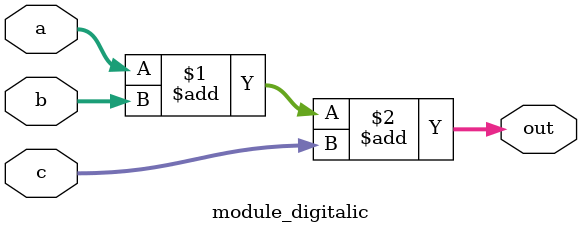
<source format=v>
module module_digitalic(a, b, c, out);

input [11:0] a;
input [11:0] b;
input [11:0] c;

output [23:0] out;

//wire [13:0] sum;

//assign sum = a + b + c;
//assign out = sum;

//wire [23:0] dividend = {a, 12'b0};
// assign out = dividend;

//module_divider divider(dividend, dividend, out);
assign out = a + b + c;

endmodule


</source>
